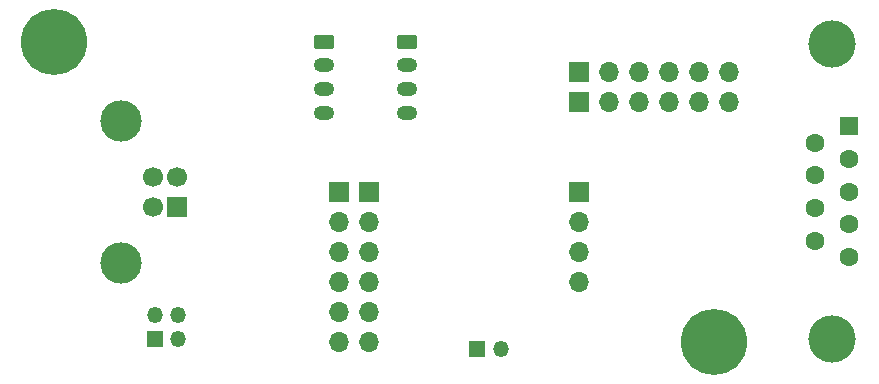
<source format=gbr>
%TF.GenerationSoftware,KiCad,Pcbnew,7.0.6*%
%TF.CreationDate,2023-08-24T17:38:11-04:00*%
%TF.ProjectId,usbio,75736269-6f2e-46b6-9963-61645f706362,rev?*%
%TF.SameCoordinates,Original*%
%TF.FileFunction,Soldermask,Bot*%
%TF.FilePolarity,Negative*%
%FSLAX46Y46*%
G04 Gerber Fmt 4.6, Leading zero omitted, Abs format (unit mm)*
G04 Created by KiCad (PCBNEW 7.0.6) date 2023-08-24 17:38:11*
%MOMM*%
%LPD*%
G01*
G04 APERTURE LIST*
G04 Aperture macros list*
%AMRoundRect*
0 Rectangle with rounded corners*
0 $1 Rounding radius*
0 $2 $3 $4 $5 $6 $7 $8 $9 X,Y pos of 4 corners*
0 Add a 4 corners polygon primitive as box body*
4,1,4,$2,$3,$4,$5,$6,$7,$8,$9,$2,$3,0*
0 Add four circle primitives for the rounded corners*
1,1,$1+$1,$2,$3*
1,1,$1+$1,$4,$5*
1,1,$1+$1,$6,$7*
1,1,$1+$1,$8,$9*
0 Add four rect primitives between the rounded corners*
20,1,$1+$1,$2,$3,$4,$5,0*
20,1,$1+$1,$4,$5,$6,$7,0*
20,1,$1+$1,$6,$7,$8,$9,0*
20,1,$1+$1,$8,$9,$2,$3,0*%
G04 Aperture macros list end*
%ADD10R,1.700000X1.700000*%
%ADD11O,1.700000X1.700000*%
%ADD12C,5.600000*%
%ADD13C,4.000000*%
%ADD14R,1.600000X1.600000*%
%ADD15C,1.600000*%
%ADD16RoundRect,0.250000X-0.625000X0.350000X-0.625000X-0.350000X0.625000X-0.350000X0.625000X0.350000X0*%
%ADD17O,1.750000X1.200000*%
%ADD18C,1.700000*%
%ADD19C,3.500000*%
%ADD20R,1.350000X1.350000*%
%ADD21O,1.350000X1.350000*%
G04 APERTURE END LIST*
D10*
%TO.C,J10*%
X127000000Y-60960000D03*
D11*
X129540000Y-60960000D03*
X132080000Y-60960000D03*
X134620000Y-60960000D03*
X137160000Y-60960000D03*
X139700000Y-60960000D03*
%TD*%
D12*
%TO.C,H2*%
X138430000Y-81280000D03*
%TD*%
D13*
%TO.C,J2*%
X148440000Y-56080000D03*
X148440000Y-81080000D03*
D14*
X149860000Y-63040000D03*
D15*
X149860000Y-65810000D03*
X149860000Y-68580000D03*
X149860000Y-71350000D03*
X149860000Y-74120000D03*
X147020000Y-64425000D03*
X147020000Y-67195000D03*
X147020000Y-69965000D03*
X147020000Y-72735000D03*
%TD*%
D10*
%TO.C,J6*%
X106680000Y-68580000D03*
D11*
X106680000Y-71120000D03*
X106680000Y-73660000D03*
X106680000Y-76200000D03*
X106680000Y-78740000D03*
X106680000Y-81280000D03*
%TD*%
D16*
%TO.C,J3*%
X105410000Y-55880000D03*
D17*
X105410000Y-57880000D03*
X105410000Y-59880000D03*
X105410000Y-61880000D03*
%TD*%
D10*
%TO.C,J5*%
X109220000Y-68580000D03*
D11*
X109220000Y-71120000D03*
X109220000Y-73660000D03*
X109220000Y-76200000D03*
X109220000Y-78740000D03*
X109220000Y-81280000D03*
%TD*%
D10*
%TO.C,J1*%
X92937500Y-69830000D03*
D18*
X92937500Y-67330000D03*
X90937500Y-67330000D03*
X90937500Y-69830000D03*
D19*
X88227500Y-74600000D03*
X88227500Y-62560000D03*
%TD*%
D20*
%TO.C,JP1*%
X118380000Y-81915000D03*
D21*
X120380000Y-81915000D03*
%TD*%
D12*
%TO.C,H1*%
X82550000Y-55880000D03*
%TD*%
D10*
%TO.C,J7*%
X127000000Y-68580000D03*
D11*
X127000000Y-71120000D03*
X127000000Y-73660000D03*
X127000000Y-76200000D03*
%TD*%
D10*
%TO.C,J9*%
X127000000Y-58420000D03*
D11*
X129540000Y-58420000D03*
X132080000Y-58420000D03*
X134620000Y-58420000D03*
X137160000Y-58420000D03*
X139700000Y-58420000D03*
%TD*%
D20*
%TO.C,J8*%
X91075000Y-81010000D03*
D21*
X91075000Y-79010000D03*
X93075000Y-81010000D03*
X93075000Y-79010000D03*
%TD*%
D16*
%TO.C,J4*%
X112395000Y-55880000D03*
D17*
X112395000Y-57880000D03*
X112395000Y-59880000D03*
X112395000Y-61880000D03*
%TD*%
M02*

</source>
